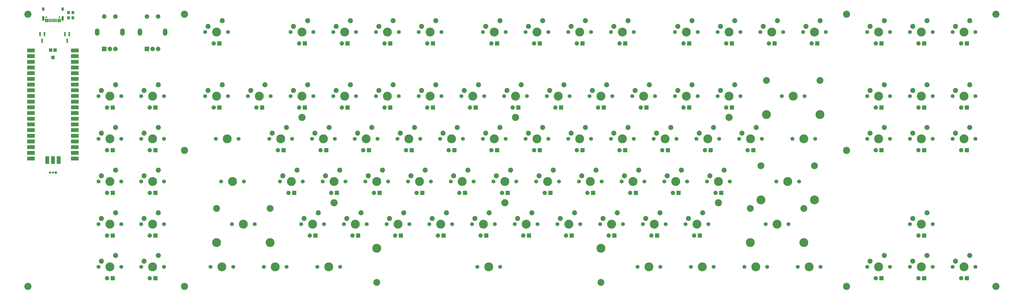
<source format=gts>
G04 #@! TF.GenerationSoftware,KiCad,Pcbnew,6.0.7-f9a2dced07~116~ubuntu22.04.1*
G04 #@! TF.CreationDate,2022-09-05T17:56:12+01:00*
G04 #@! TF.ProjectId,keyboard,6b657962-6f61-4726-942e-6b696361645f,rev?*
G04 #@! TF.SameCoordinates,Original*
G04 #@! TF.FileFunction,Soldermask,Top*
G04 #@! TF.FilePolarity,Negative*
%FSLAX46Y46*%
G04 Gerber Fmt 4.6, Leading zero omitted, Abs format (unit mm)*
G04 Created by KiCad (PCBNEW 6.0.7-f9a2dced07~116~ubuntu22.04.1) date 2022-09-05 17:56:12*
%MOMM*%
%LPD*%
G01*
G04 APERTURE LIST*
G04 Aperture macros list*
%AMRoundRect*
0 Rectangle with rounded corners*
0 $1 Rounding radius*
0 $2 $3 $4 $5 $6 $7 $8 $9 X,Y pos of 4 corners*
0 Add a 4 corners polygon primitive as box body*
4,1,4,$2,$3,$4,$5,$6,$7,$8,$9,$2,$3,0*
0 Add four circle primitives for the rounded corners*
1,1,$1+$1,$2,$3*
1,1,$1+$1,$4,$5*
1,1,$1+$1,$6,$7*
1,1,$1+$1,$8,$9*
0 Add four rect primitives between the rounded corners*
20,1,$1+$1,$2,$3,$4,$5,0*
20,1,$1+$1,$4,$5,$6,$7,0*
20,1,$1+$1,$6,$7,$8,$9,0*
20,1,$1+$1,$8,$9,$2,$3,0*%
G04 Aperture macros list end*
%ADD10C,1.750000*%
%ADD11C,3.987800*%
%ADD12C,2.250000*%
%ADD13C,1.905000*%
%ADD14R,1.905000X1.905000*%
%ADD15C,3.200000*%
%ADD16R,1.000000X1.000000*%
%ADD17O,1.000000X1.000000*%
%ADD18C,3.048000*%
%ADD19C,0.750000*%
%ADD20RoundRect,0.050000X0.300000X0.725000X-0.300000X0.725000X-0.300000X-0.725000X0.300000X-0.725000X0*%
%ADD21RoundRect,0.050000X0.150000X0.725000X-0.150000X0.725000X-0.150000X-0.725000X0.150000X-0.725000X0*%
%ADD22O,1.100000X2.200000*%
%ADD23O,1.100000X1.700000*%
%ADD24R,3.500000X1.700000*%
%ADD25R,1.700000X3.500000*%
%ADD26R,1.500000X1.500000*%
%ADD27R,0.800000X1.900000*%
%ADD28O,2.000000X3.200000*%
%ADD29R,2.000000X2.000000*%
%ADD30C,2.000000*%
%ADD31RoundRect,0.250000X-0.350000X-0.450000X0.350000X-0.450000X0.350000X0.450000X-0.350000X0.450000X0*%
G04 APERTURE END LIST*
D10*
X391636250Y-174625000D03*
X381476250Y-174625000D03*
D11*
X386556250Y-174625000D03*
D10*
X229711250Y-212725000D03*
X219551250Y-212725000D03*
D11*
X224631250Y-212725000D03*
D12*
X220821250Y-210185000D03*
X227171250Y-207645000D03*
D13*
X223361250Y-217805000D03*
D14*
X225901250Y-217805000D03*
D15*
X110331250Y-179784375D03*
D10*
X433863750Y-155575000D03*
D11*
X438943750Y-155575000D03*
D10*
X444023750Y-155575000D03*
D12*
X435133750Y-153035000D03*
X441483750Y-150495000D03*
D13*
X437673750Y-160655000D03*
D14*
X440213750Y-160655000D03*
D10*
X267176250Y-193675000D03*
X277336250Y-193675000D03*
D11*
X272256250Y-193675000D03*
D12*
X268446250Y-191135000D03*
X274796250Y-188595000D03*
D13*
X270986250Y-198755000D03*
D14*
X273526250Y-198755000D03*
D11*
X253206250Y-193675000D03*
D10*
X258286250Y-193675000D03*
X248126250Y-193675000D03*
D12*
X249396250Y-191135000D03*
X255746250Y-188595000D03*
D13*
X251936250Y-198755000D03*
D14*
X254476250Y-198755000D03*
D11*
X324643750Y-174625000D03*
D10*
X329723750Y-174625000D03*
X319563750Y-174625000D03*
D12*
X320833750Y-172085000D03*
X327183750Y-169545000D03*
D13*
X323373750Y-179705000D03*
D14*
X325913750Y-179705000D03*
D10*
X296386250Y-193675000D03*
X286226250Y-193675000D03*
D11*
X291306250Y-193675000D03*
D12*
X287496250Y-191135000D03*
X293846250Y-188595000D03*
D13*
X290036250Y-198755000D03*
D14*
X292576250Y-198755000D03*
D10*
X71913750Y-155575000D03*
D11*
X76993750Y-155575000D03*
D10*
X82073750Y-155575000D03*
D12*
X73183750Y-153035000D03*
X79533750Y-150495000D03*
D13*
X75723750Y-160655000D03*
D14*
X78263750Y-160655000D03*
D10*
X220186250Y-193675000D03*
D11*
X215106250Y-193675000D03*
D10*
X210026250Y-193675000D03*
D12*
X211296250Y-191135000D03*
X217646250Y-188595000D03*
D13*
X213836250Y-198755000D03*
D14*
X216376250Y-198755000D03*
D16*
X52863750Y-189706250D03*
D17*
X51593750Y-189706250D03*
X50323750Y-189706250D03*
D11*
X457993750Y-174625000D03*
D10*
X452913750Y-174625000D03*
X463073750Y-174625000D03*
D12*
X454183750Y-172085000D03*
X460533750Y-169545000D03*
D13*
X456723750Y-179705000D03*
D14*
X459263750Y-179705000D03*
D10*
X433863750Y-127000000D03*
D11*
X438943750Y-127000000D03*
D10*
X444023750Y-127000000D03*
D12*
X435133750Y-124460000D03*
X441483750Y-121920000D03*
D13*
X437673750Y-132080000D03*
D14*
X440213750Y-132080000D03*
D11*
X317500000Y-231775000D03*
D10*
X312420000Y-231775000D03*
X322580000Y-231775000D03*
D18*
X393731750Y-148590000D03*
D11*
X393731750Y-163830000D03*
D10*
X376713750Y-155575000D03*
D11*
X369855750Y-163830000D03*
D18*
X369855750Y-148590000D03*
D11*
X381793750Y-155575000D03*
D10*
X386873750Y-155575000D03*
X158273750Y-174625000D03*
D11*
X153193750Y-174625000D03*
D10*
X148113750Y-174625000D03*
D12*
X149383750Y-172085000D03*
X155733750Y-169545000D03*
D13*
X151923750Y-179705000D03*
D14*
X154463750Y-179705000D03*
D15*
X405606250Y-119062500D03*
D11*
X219868750Y-155575000D03*
D10*
X214788750Y-155575000D03*
X224948750Y-155575000D03*
D12*
X216058750Y-153035000D03*
X222408750Y-150495000D03*
D13*
X218598750Y-160655000D03*
D14*
X221138750Y-160655000D03*
D19*
X48703750Y-120356250D03*
X54483750Y-120356250D03*
D20*
X54818750Y-121801250D03*
X54043750Y-121801250D03*
D21*
X53343750Y-121801250D03*
X52843750Y-121801250D03*
X52343750Y-121801250D03*
X51843750Y-121801250D03*
X51343750Y-121801250D03*
X50843750Y-121801250D03*
X50343750Y-121801250D03*
X49843750Y-121801250D03*
D20*
X49143750Y-121801250D03*
X48368750Y-121801250D03*
D22*
X47273750Y-120886250D03*
D23*
X55913750Y-116706250D03*
X47273750Y-116706250D03*
D22*
X55913750Y-120886250D03*
D10*
X205898750Y-127000000D03*
X195738750Y-127000000D03*
D11*
X200818750Y-127000000D03*
D12*
X197008750Y-124460000D03*
X203358750Y-121920000D03*
D13*
X199548750Y-132080000D03*
D14*
X202088750Y-132080000D03*
D10*
X186848750Y-127000000D03*
D11*
X181768750Y-127000000D03*
D10*
X176688750Y-127000000D03*
D12*
X177958750Y-124460000D03*
X184308750Y-121920000D03*
D13*
X180498750Y-132080000D03*
D14*
X183038750Y-132080000D03*
D11*
X157956250Y-193675000D03*
D10*
X152876250Y-193675000D03*
X163036250Y-193675000D03*
D12*
X154146250Y-191135000D03*
X160496250Y-188595000D03*
D13*
X156686250Y-198755000D03*
D14*
X159226250Y-198755000D03*
D11*
X129381250Y-174625000D03*
D10*
X134461250Y-174625000D03*
X124301250Y-174625000D03*
D15*
X257968750Y-165100000D03*
D10*
X414813750Y-231775000D03*
X424973750Y-231775000D03*
D11*
X419893750Y-231775000D03*
D12*
X416083750Y-229235000D03*
X422433750Y-226695000D03*
D13*
X418623750Y-236855000D03*
D14*
X421163750Y-236855000D03*
D11*
X124587000Y-220980000D03*
X148463000Y-220980000D03*
X136525000Y-212725000D03*
D10*
X131445000Y-212725000D03*
D18*
X148463000Y-205740000D03*
X124587000Y-205740000D03*
D10*
X141605000Y-212725000D03*
D15*
X162718750Y-165100000D03*
D24*
X41803750Y-135168750D03*
X41803750Y-137708750D03*
X41803750Y-140248750D03*
X41803750Y-142788750D03*
X41803750Y-145328750D03*
X41803750Y-147868750D03*
X41803750Y-150408750D03*
X41803750Y-152948750D03*
X41803750Y-155488750D03*
X41803750Y-158028750D03*
X41803750Y-160568750D03*
X41803750Y-163108750D03*
X41803750Y-165648750D03*
X41803750Y-168188750D03*
X41803750Y-170728750D03*
X41803750Y-173268750D03*
X41803750Y-175808750D03*
X41803750Y-178348750D03*
X41803750Y-180888750D03*
X41803750Y-183428750D03*
X61383750Y-183428750D03*
X61383750Y-180888750D03*
X61383750Y-178348750D03*
X61383750Y-175808750D03*
X61383750Y-173268750D03*
X61383750Y-170728750D03*
X61383750Y-168188750D03*
X61383750Y-165648750D03*
X61383750Y-163108750D03*
X61383750Y-160568750D03*
X61383750Y-158028750D03*
X61383750Y-155488750D03*
X61383750Y-152948750D03*
X61383750Y-150408750D03*
X61383750Y-147868750D03*
X61383750Y-145328750D03*
X61383750Y-142788750D03*
X61383750Y-140248750D03*
X61383750Y-137708750D03*
X61383750Y-135168750D03*
D25*
X49053750Y-184098750D03*
X51593750Y-184098750D03*
X54133750Y-184098750D03*
D26*
X51593750Y-138298750D03*
X52593750Y-134998750D03*
X50593750Y-134998750D03*
D10*
X157638750Y-127000000D03*
X167798750Y-127000000D03*
D11*
X162718750Y-127000000D03*
D12*
X158908750Y-124460000D03*
X165258750Y-121920000D03*
D13*
X161448750Y-132080000D03*
D14*
X163988750Y-132080000D03*
D15*
X405606250Y-179784375D03*
D10*
X201136250Y-193675000D03*
X190976250Y-193675000D03*
D11*
X196056250Y-193675000D03*
D12*
X192246250Y-191135000D03*
X198596250Y-188595000D03*
D13*
X194786250Y-198755000D03*
D14*
X197326250Y-198755000D03*
D10*
X300513750Y-127000000D03*
X310673750Y-127000000D03*
D11*
X305593750Y-127000000D03*
D12*
X301783750Y-124460000D03*
X308133750Y-121920000D03*
D13*
X304323750Y-132080000D03*
D14*
X306863750Y-132080000D03*
D11*
X76993750Y-193675000D03*
D10*
X71913750Y-193675000D03*
X82073750Y-193675000D03*
D12*
X73183750Y-191135000D03*
X79533750Y-188595000D03*
D13*
X75723750Y-198755000D03*
D14*
X78263750Y-198755000D03*
D10*
X205263750Y-174625000D03*
D11*
X210343750Y-174625000D03*
D10*
X215423750Y-174625000D03*
D12*
X206533750Y-172085000D03*
X212883750Y-169545000D03*
D13*
X209073750Y-179705000D03*
D14*
X211613750Y-179705000D03*
D11*
X296068750Y-155575000D03*
D10*
X290988750Y-155575000D03*
X301148750Y-155575000D03*
D12*
X292258750Y-153035000D03*
X298608750Y-150495000D03*
D13*
X294798750Y-160655000D03*
D14*
X297338750Y-160655000D03*
D10*
X334486250Y-193675000D03*
D11*
X329406250Y-193675000D03*
D10*
X324326250Y-193675000D03*
D12*
X325596250Y-191135000D03*
X331946250Y-188595000D03*
D13*
X328136250Y-198755000D03*
D14*
X330676250Y-198755000D03*
D11*
X172243750Y-174625000D03*
D10*
X167163750Y-174625000D03*
X177323750Y-174625000D03*
D12*
X168433750Y-172085000D03*
X174783750Y-169545000D03*
D13*
X170973750Y-179705000D03*
D14*
X173513750Y-179705000D03*
D10*
X129698750Y-127000000D03*
D11*
X124618750Y-127000000D03*
D10*
X119538750Y-127000000D03*
D12*
X120808750Y-124460000D03*
X127158750Y-121920000D03*
D13*
X123348750Y-132080000D03*
D14*
X125888750Y-132080000D03*
D11*
X419893750Y-127000000D03*
D10*
X424973750Y-127000000D03*
X414813750Y-127000000D03*
D12*
X416083750Y-124460000D03*
X422433750Y-121920000D03*
D13*
X418623750Y-132080000D03*
D14*
X421163750Y-132080000D03*
D10*
X291623750Y-174625000D03*
X281463750Y-174625000D03*
D11*
X286543750Y-174625000D03*
D12*
X282733750Y-172085000D03*
X289083750Y-169545000D03*
D13*
X285273750Y-179705000D03*
D14*
X287813750Y-179705000D03*
D11*
X362743750Y-174625000D03*
D10*
X357663750Y-174625000D03*
X367823750Y-174625000D03*
D12*
X358933750Y-172085000D03*
X365283750Y-169545000D03*
D13*
X361473750Y-179705000D03*
D14*
X364013750Y-179705000D03*
D10*
X129698750Y-155575000D03*
X119538750Y-155575000D03*
D11*
X124618750Y-155575000D03*
D12*
X120808750Y-153035000D03*
X127158750Y-150495000D03*
D13*
X123348750Y-160655000D03*
D14*
X125888750Y-160655000D03*
D10*
X383857500Y-231775000D03*
X394017500Y-231775000D03*
D11*
X388937500Y-231775000D03*
D10*
X282098750Y-155575000D03*
D11*
X277018750Y-155575000D03*
D10*
X271938750Y-155575000D03*
D12*
X273208750Y-153035000D03*
X279558750Y-150495000D03*
D13*
X275748750Y-160655000D03*
D14*
X278288750Y-160655000D03*
D10*
X333851250Y-212725000D03*
D11*
X338931250Y-212725000D03*
D10*
X344011250Y-212725000D03*
D12*
X335121250Y-210185000D03*
X341471250Y-207645000D03*
D13*
X337661250Y-217805000D03*
D14*
X340201250Y-217805000D03*
D27*
X58893750Y-127881250D03*
X56993750Y-127881250D03*
X57943750Y-130881250D03*
D10*
X162401250Y-212725000D03*
D11*
X167481250Y-212725000D03*
D10*
X172561250Y-212725000D03*
D12*
X163671250Y-210185000D03*
X170021250Y-207645000D03*
D13*
X166211250Y-217805000D03*
D14*
X168751250Y-217805000D03*
D10*
X71913750Y-174625000D03*
D11*
X76993750Y-174625000D03*
D10*
X82073750Y-174625000D03*
D12*
X73183750Y-172085000D03*
X79533750Y-169545000D03*
D13*
X75723750Y-179705000D03*
D14*
X78263750Y-179705000D03*
D10*
X148748750Y-155575000D03*
D11*
X143668750Y-155575000D03*
D10*
X138588750Y-155575000D03*
D12*
X139858750Y-153035000D03*
X146208750Y-150495000D03*
D13*
X142398750Y-160655000D03*
D14*
X144938750Y-160655000D03*
D11*
X234156250Y-193675000D03*
D10*
X229076250Y-193675000D03*
X239236250Y-193675000D03*
D12*
X230346250Y-191135000D03*
X236696250Y-188595000D03*
D13*
X232886250Y-198755000D03*
D14*
X235426250Y-198755000D03*
D10*
X82073750Y-231775000D03*
D11*
X76993750Y-231775000D03*
D10*
X71913750Y-231775000D03*
D12*
X73183750Y-229235000D03*
X79533750Y-226695000D03*
D13*
X75723750Y-236855000D03*
D14*
X78263750Y-236855000D03*
D10*
X444023750Y-231775000D03*
D11*
X438943750Y-231775000D03*
D10*
X433863750Y-231775000D03*
D12*
X435133750Y-229235000D03*
X441483750Y-226695000D03*
D13*
X437673750Y-236855000D03*
D14*
X440213750Y-236855000D03*
D15*
X110331250Y-119062500D03*
D10*
X384492500Y-193675000D03*
D18*
X367474500Y-186690000D03*
D10*
X374332500Y-193675000D03*
D18*
X391350500Y-186690000D03*
D11*
X379412500Y-193675000D03*
X367474500Y-201930000D03*
X391350500Y-201930000D03*
D28*
X82593750Y-127000000D03*
X71393750Y-127000000D03*
D29*
X74493750Y-134500000D03*
D30*
X79493750Y-134500000D03*
X76993750Y-134500000D03*
X79493750Y-120000000D03*
X74493750Y-120000000D03*
D11*
X262731250Y-212725000D03*
D10*
X257651250Y-212725000D03*
X267811250Y-212725000D03*
D12*
X258921250Y-210185000D03*
X265271250Y-207645000D03*
D13*
X261461250Y-217805000D03*
D14*
X264001250Y-217805000D03*
D10*
X463073750Y-231775000D03*
X452913750Y-231775000D03*
D11*
X457993750Y-231775000D03*
D12*
X454183750Y-229235000D03*
X460533750Y-226695000D03*
D13*
X456723750Y-236855000D03*
D14*
X459263750Y-236855000D03*
D10*
X414813750Y-174625000D03*
X424973750Y-174625000D03*
D11*
X419893750Y-174625000D03*
D12*
X416083750Y-172085000D03*
X422433750Y-169545000D03*
D13*
X418623750Y-179705000D03*
D14*
X421163750Y-179705000D03*
D31*
X58531250Y-118268750D03*
X60531250Y-118268750D03*
D10*
X444023750Y-174625000D03*
D11*
X438943750Y-174625000D03*
D10*
X433863750Y-174625000D03*
D12*
X435133750Y-172085000D03*
X441483750Y-169545000D03*
D13*
X437673750Y-179705000D03*
D14*
X440213750Y-179705000D03*
D10*
X367188750Y-127000000D03*
D11*
X372268750Y-127000000D03*
D10*
X377348750Y-127000000D03*
D12*
X368458750Y-124460000D03*
X374808750Y-121920000D03*
D13*
X370998750Y-132080000D03*
D14*
X373538750Y-132080000D03*
D11*
X96043750Y-193675000D03*
D10*
X90963750Y-193675000D03*
X101123750Y-193675000D03*
D12*
X92233750Y-191135000D03*
X98583750Y-188595000D03*
D13*
X94773750Y-198755000D03*
D14*
X97313750Y-198755000D03*
D11*
X150812500Y-231775000D03*
D10*
X145732500Y-231775000D03*
X155892500Y-231775000D03*
X262413750Y-174625000D03*
X272573750Y-174625000D03*
D11*
X267493750Y-174625000D03*
D12*
X263683750Y-172085000D03*
X270033750Y-169545000D03*
D13*
X266223750Y-179705000D03*
D14*
X268763750Y-179705000D03*
D10*
X101123750Y-231775000D03*
X90963750Y-231775000D03*
D11*
X96043750Y-231775000D03*
D12*
X92233750Y-229235000D03*
X98583750Y-226695000D03*
D13*
X94773750Y-236855000D03*
D14*
X97313750Y-236855000D03*
D10*
X320198750Y-155575000D03*
X310038750Y-155575000D03*
D11*
X315118750Y-155575000D03*
D12*
X311308750Y-153035000D03*
X317658750Y-150495000D03*
D13*
X313848750Y-160655000D03*
D14*
X316388750Y-160655000D03*
D10*
X176688750Y-155575000D03*
D11*
X181768750Y-155575000D03*
D10*
X186848750Y-155575000D03*
D12*
X177958750Y-153035000D03*
X184308750Y-150495000D03*
D13*
X180498750Y-160655000D03*
D14*
X183038750Y-160655000D03*
D11*
X219868750Y-127000000D03*
D10*
X214788750Y-127000000D03*
X224948750Y-127000000D03*
D12*
X216058750Y-124460000D03*
X222408750Y-121920000D03*
D13*
X218598750Y-132080000D03*
D14*
X221138750Y-132080000D03*
D27*
X47781250Y-127881250D03*
X45881250Y-127881250D03*
X46831250Y-130881250D03*
D11*
X127000000Y-231775000D03*
D10*
X132080000Y-231775000D03*
X121920000Y-231775000D03*
D15*
X110331250Y-240506250D03*
D31*
X58531250Y-120650000D03*
X60531250Y-120650000D03*
D15*
X472281250Y-240506250D03*
D10*
X414813750Y-155575000D03*
X424973750Y-155575000D03*
D11*
X419893750Y-155575000D03*
D12*
X416083750Y-153035000D03*
X422433750Y-150495000D03*
D13*
X418623750Y-160655000D03*
D14*
X421163750Y-160655000D03*
D10*
X179705000Y-231775000D03*
D11*
X174625000Y-231775000D03*
D10*
X169545000Y-231775000D03*
D15*
X253206250Y-203200000D03*
D10*
X263048750Y-155575000D03*
D11*
X257968750Y-155575000D03*
D10*
X252888750Y-155575000D03*
D12*
X254158750Y-153035000D03*
X260508750Y-150495000D03*
D13*
X256698750Y-160655000D03*
D14*
X259238750Y-160655000D03*
D11*
X457993750Y-127000000D03*
D10*
X452913750Y-127000000D03*
X463073750Y-127000000D03*
D12*
X454183750Y-124460000D03*
X460533750Y-121920000D03*
D13*
X456723750Y-132080000D03*
D14*
X459263750Y-132080000D03*
D10*
X286861250Y-212725000D03*
X276701250Y-212725000D03*
D11*
X281781250Y-212725000D03*
D12*
X277971250Y-210185000D03*
X284321250Y-207645000D03*
D13*
X280511250Y-217805000D03*
D14*
X283051250Y-217805000D03*
D10*
X90963750Y-212725000D03*
D11*
X96043750Y-212725000D03*
D10*
X101123750Y-212725000D03*
D12*
X92233750Y-210185000D03*
X98583750Y-207645000D03*
D13*
X94773750Y-217805000D03*
D14*
X97313750Y-217805000D03*
D15*
X177006250Y-203200000D03*
X472281250Y-119062500D03*
D10*
X200501250Y-212725000D03*
X210661250Y-212725000D03*
D11*
X205581250Y-212725000D03*
D12*
X201771250Y-210185000D03*
X208121250Y-207645000D03*
D13*
X204311250Y-217805000D03*
D14*
X206851250Y-217805000D03*
D10*
X370205000Y-231775000D03*
X360045000Y-231775000D03*
D11*
X365125000Y-231775000D03*
X286543750Y-127000000D03*
D10*
X281463750Y-127000000D03*
X291623750Y-127000000D03*
D12*
X282733750Y-124460000D03*
X289083750Y-121920000D03*
D13*
X285273750Y-132080000D03*
D14*
X287813750Y-132080000D03*
D10*
X181451250Y-212725000D03*
X191611250Y-212725000D03*
D11*
X186531250Y-212725000D03*
D12*
X182721250Y-210185000D03*
X189071250Y-207645000D03*
D13*
X185261250Y-217805000D03*
D14*
X187801250Y-217805000D03*
D11*
X353218750Y-155575000D03*
D10*
X348138750Y-155575000D03*
X358298750Y-155575000D03*
D12*
X349408750Y-153035000D03*
X355758750Y-150495000D03*
D13*
X351948750Y-160655000D03*
D14*
X354488750Y-160655000D03*
D10*
X329088750Y-127000000D03*
D11*
X334168750Y-127000000D03*
D10*
X339248750Y-127000000D03*
D12*
X330358750Y-124460000D03*
X336708750Y-121920000D03*
D13*
X332898750Y-132080000D03*
D14*
X335438750Y-132080000D03*
D10*
X348138750Y-127000000D03*
X358298750Y-127000000D03*
D11*
X353218750Y-127000000D03*
D12*
X349408750Y-124460000D03*
X355758750Y-121920000D03*
D13*
X351948750Y-132080000D03*
D14*
X354488750Y-132080000D03*
D10*
X234473750Y-174625000D03*
D11*
X229393750Y-174625000D03*
D10*
X224313750Y-174625000D03*
D12*
X225583750Y-172085000D03*
X231933750Y-169545000D03*
D13*
X228123750Y-179705000D03*
D14*
X230663750Y-179705000D03*
D10*
X182086250Y-193675000D03*
X171926250Y-193675000D03*
D11*
X177006250Y-193675000D03*
D12*
X173196250Y-191135000D03*
X179546250Y-188595000D03*
D13*
X175736250Y-198755000D03*
D14*
X178276250Y-198755000D03*
D10*
X324961250Y-212725000D03*
D11*
X319881250Y-212725000D03*
D10*
X314801250Y-212725000D03*
D12*
X316071250Y-210185000D03*
X322421250Y-207645000D03*
D13*
X318611250Y-217805000D03*
D14*
X321151250Y-217805000D03*
D11*
X238918750Y-155575000D03*
D10*
X243998750Y-155575000D03*
X233838750Y-155575000D03*
D12*
X235108750Y-153035000D03*
X241458750Y-150495000D03*
D13*
X237648750Y-160655000D03*
D14*
X240188750Y-160655000D03*
D10*
X253523750Y-127000000D03*
X243363750Y-127000000D03*
D11*
X248443750Y-127000000D03*
D12*
X244633750Y-124460000D03*
X250983750Y-121920000D03*
D13*
X247173750Y-132080000D03*
D14*
X249713750Y-132080000D03*
D11*
X343693750Y-174625000D03*
D10*
X348773750Y-174625000D03*
X338613750Y-174625000D03*
D12*
X339883750Y-172085000D03*
X346233750Y-169545000D03*
D13*
X342423750Y-179705000D03*
D14*
X344963750Y-179705000D03*
D15*
X40481250Y-240506250D03*
D10*
X463073750Y-155575000D03*
X452913750Y-155575000D03*
D11*
X457993750Y-155575000D03*
D12*
X454183750Y-153035000D03*
X460533750Y-150495000D03*
D13*
X456723750Y-160655000D03*
D14*
X459263750Y-160655000D03*
D11*
X196062600Y-223520000D03*
D18*
X196062600Y-238760000D03*
D10*
X240982500Y-231775000D03*
X251142500Y-231775000D03*
D11*
X246062500Y-231775000D03*
D18*
X296062400Y-238760000D03*
D11*
X296062400Y-223520000D03*
D15*
X348456250Y-203200000D03*
D10*
X444023750Y-212725000D03*
X433863750Y-212725000D03*
D11*
X438943750Y-212725000D03*
D12*
X435133750Y-210185000D03*
X441483750Y-207645000D03*
D13*
X437673750Y-217805000D03*
D14*
X440213750Y-217805000D03*
D28*
X101643750Y-127000000D03*
X90443750Y-127000000D03*
D29*
X93543750Y-134500000D03*
D30*
X98543750Y-134500000D03*
X96043750Y-134500000D03*
X98543750Y-120000000D03*
X93543750Y-120000000D03*
D10*
X336232500Y-231775000D03*
X346392500Y-231775000D03*
D11*
X341312500Y-231775000D03*
D15*
X40481250Y-119062500D03*
D11*
X96043750Y-155575000D03*
D10*
X101123750Y-155575000D03*
X90963750Y-155575000D03*
D12*
X92233750Y-153035000D03*
X98583750Y-150495000D03*
D13*
X94773750Y-160655000D03*
D14*
X97313750Y-160655000D03*
D15*
X405606250Y-240506250D03*
D10*
X353536250Y-193675000D03*
D11*
X348456250Y-193675000D03*
D10*
X343376250Y-193675000D03*
D12*
X344646250Y-191135000D03*
X350996250Y-188595000D03*
D13*
X347186250Y-198755000D03*
D14*
X349726250Y-198755000D03*
D11*
X391318750Y-127000000D03*
D10*
X396398750Y-127000000D03*
X386238750Y-127000000D03*
D12*
X387508750Y-124460000D03*
X393858750Y-121920000D03*
D13*
X390048750Y-132080000D03*
D14*
X392588750Y-132080000D03*
D10*
X272573750Y-127000000D03*
X262413750Y-127000000D03*
D11*
X267493750Y-127000000D03*
D12*
X263683750Y-124460000D03*
X270033750Y-121920000D03*
D13*
X266223750Y-132080000D03*
D14*
X268763750Y-132080000D03*
D11*
X300831250Y-212725000D03*
D10*
X295751250Y-212725000D03*
X305911250Y-212725000D03*
D12*
X297021250Y-210185000D03*
X303371250Y-207645000D03*
D13*
X299561250Y-217805000D03*
D14*
X302101250Y-217805000D03*
D10*
X305276250Y-193675000D03*
X315436250Y-193675000D03*
D11*
X310356250Y-193675000D03*
D12*
X306546250Y-191135000D03*
X312896250Y-188595000D03*
D13*
X309086250Y-198755000D03*
D14*
X311626250Y-198755000D03*
D10*
X90963750Y-174625000D03*
X101123750Y-174625000D03*
D11*
X96043750Y-174625000D03*
D12*
X92233750Y-172085000D03*
X98583750Y-169545000D03*
D13*
X94773750Y-179705000D03*
D14*
X97313750Y-179705000D03*
D10*
X157638750Y-155575000D03*
D11*
X162718750Y-155575000D03*
D10*
X167798750Y-155575000D03*
D12*
X158908750Y-153035000D03*
X165258750Y-150495000D03*
D13*
X161448750Y-160655000D03*
D14*
X163988750Y-160655000D03*
D11*
X248443750Y-174625000D03*
D10*
X243363750Y-174625000D03*
X253523750Y-174625000D03*
D12*
X244633750Y-172085000D03*
X250983750Y-169545000D03*
D13*
X247173750Y-179705000D03*
D14*
X249713750Y-179705000D03*
D10*
X329088750Y-155575000D03*
D11*
X334168750Y-155575000D03*
D10*
X339248750Y-155575000D03*
D12*
X330358750Y-153035000D03*
X336708750Y-150495000D03*
D13*
X332898750Y-160655000D03*
D14*
X335438750Y-160655000D03*
D11*
X191293750Y-174625000D03*
D10*
X186213750Y-174625000D03*
X196373750Y-174625000D03*
D12*
X187483750Y-172085000D03*
X193833750Y-169545000D03*
D13*
X190023750Y-179705000D03*
D14*
X192563750Y-179705000D03*
D10*
X205898750Y-155575000D03*
X195738750Y-155575000D03*
D11*
X200818750Y-155575000D03*
D12*
X197008750Y-153035000D03*
X203358750Y-150495000D03*
D13*
X199548750Y-160655000D03*
D14*
X202088750Y-160655000D03*
D10*
X82073750Y-212725000D03*
X71913750Y-212725000D03*
D11*
X76993750Y-212725000D03*
D12*
X73183750Y-210185000D03*
X79533750Y-207645000D03*
D13*
X75723750Y-217805000D03*
D14*
X78263750Y-217805000D03*
D10*
X300513750Y-174625000D03*
X310673750Y-174625000D03*
D11*
X305593750Y-174625000D03*
D12*
X301783750Y-172085000D03*
X308133750Y-169545000D03*
D13*
X304323750Y-179705000D03*
D14*
X306863750Y-179705000D03*
D11*
X374650000Y-212725000D03*
X386588000Y-220980000D03*
D10*
X379730000Y-212725000D03*
X369570000Y-212725000D03*
D11*
X362712000Y-220980000D03*
D18*
X362712000Y-205740000D03*
X386588000Y-205740000D03*
D11*
X131762500Y-193675000D03*
D10*
X126682500Y-193675000D03*
X136842500Y-193675000D03*
D15*
X353218750Y-165100000D03*
D10*
X238601250Y-212725000D03*
X248761250Y-212725000D03*
D11*
X243681250Y-212725000D03*
D12*
X239871250Y-210185000D03*
X246221250Y-207645000D03*
D13*
X242411250Y-217805000D03*
D14*
X244951250Y-217805000D03*
M02*

</source>
